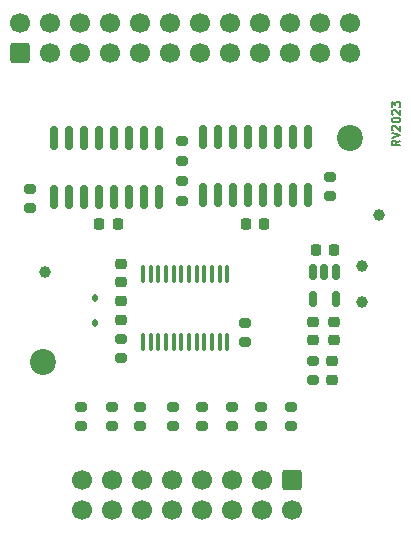
<source format=gts>
G04 #@! TF.GenerationSoftware,KiCad,Pcbnew,7.0.1*
G04 #@! TF.CreationDate,2023-03-17T04:05:38+02:00*
G04 #@! TF.ProjectId,probe-pcb,70726f62-652d-4706-9362-2e6b69636164,rev?*
G04 #@! TF.SameCoordinates,Original*
G04 #@! TF.FileFunction,Soldermask,Top*
G04 #@! TF.FilePolarity,Negative*
%FSLAX46Y46*%
G04 Gerber Fmt 4.6, Leading zero omitted, Abs format (unit mm)*
G04 Created by KiCad (PCBNEW 7.0.1) date 2023-03-17 04:05:38*
%MOMM*%
%LPD*%
G01*
G04 APERTURE LIST*
G04 Aperture macros list*
%AMRoundRect*
0 Rectangle with rounded corners*
0 $1 Rounding radius*
0 $2 $3 $4 $5 $6 $7 $8 $9 X,Y pos of 4 corners*
0 Add a 4 corners polygon primitive as box body*
4,1,4,$2,$3,$4,$5,$6,$7,$8,$9,$2,$3,0*
0 Add four circle primitives for the rounded corners*
1,1,$1+$1,$2,$3*
1,1,$1+$1,$4,$5*
1,1,$1+$1,$6,$7*
1,1,$1+$1,$8,$9*
0 Add four rect primitives between the rounded corners*
20,1,$1+$1,$2,$3,$4,$5,0*
20,1,$1+$1,$4,$5,$6,$7,0*
20,1,$1+$1,$6,$7,$8,$9,0*
20,1,$1+$1,$8,$9,$2,$3,0*%
G04 Aperture macros list end*
%ADD10C,0.150000*%
%ADD11RoundRect,0.225000X0.225000X0.250000X-0.225000X0.250000X-0.225000X-0.250000X0.225000X-0.250000X0*%
%ADD12RoundRect,0.200000X0.275000X-0.200000X0.275000X0.200000X-0.275000X0.200000X-0.275000X-0.200000X0*%
%ADD13RoundRect,0.225000X-0.250000X0.225000X-0.250000X-0.225000X0.250000X-0.225000X0.250000X0.225000X0*%
%ADD14C,2.200000*%
%ADD15RoundRect,0.150000X0.150000X-0.825000X0.150000X0.825000X-0.150000X0.825000X-0.150000X-0.825000X0*%
%ADD16RoundRect,0.218750X-0.256250X0.218750X-0.256250X-0.218750X0.256250X-0.218750X0.256250X0.218750X0*%
%ADD17RoundRect,0.200000X-0.275000X0.200000X-0.275000X-0.200000X0.275000X-0.200000X0.275000X0.200000X0*%
%ADD18C,1.000000*%
%ADD19RoundRect,0.112500X0.112500X-0.187500X0.112500X0.187500X-0.112500X0.187500X-0.112500X-0.187500X0*%
%ADD20RoundRect,0.250000X-0.600000X0.600000X-0.600000X-0.600000X0.600000X-0.600000X0.600000X0.600000X0*%
%ADD21C,1.700000*%
%ADD22RoundRect,0.225000X-0.225000X-0.250000X0.225000X-0.250000X0.225000X0.250000X-0.225000X0.250000X0*%
%ADD23RoundRect,0.100000X0.100000X-0.637500X0.100000X0.637500X-0.100000X0.637500X-0.100000X-0.637500X0*%
%ADD24RoundRect,0.250000X0.600000X-0.600000X0.600000X0.600000X-0.600000X0.600000X-0.600000X-0.600000X0*%
%ADD25RoundRect,0.150000X-0.150000X0.512500X-0.150000X-0.512500X0.150000X-0.512500X0.150000X0.512500X0*%
%ADD26RoundRect,0.225000X0.250000X-0.225000X0.250000X0.225000X-0.250000X0.225000X-0.250000X-0.225000X0*%
G04 APERTURE END LIST*
D10*
X131664333Y-67683333D02*
X131331000Y-67916666D01*
X131664333Y-68083333D02*
X130964333Y-68083333D01*
X130964333Y-68083333D02*
X130964333Y-67816666D01*
X130964333Y-67816666D02*
X130997666Y-67750000D01*
X130997666Y-67750000D02*
X131031000Y-67716666D01*
X131031000Y-67716666D02*
X131097666Y-67683333D01*
X131097666Y-67683333D02*
X131197666Y-67683333D01*
X131197666Y-67683333D02*
X131264333Y-67716666D01*
X131264333Y-67716666D02*
X131297666Y-67750000D01*
X131297666Y-67750000D02*
X131331000Y-67816666D01*
X131331000Y-67816666D02*
X131331000Y-68083333D01*
X130964333Y-67483333D02*
X131664333Y-67250000D01*
X131664333Y-67250000D02*
X130964333Y-67016666D01*
X131031000Y-66816666D02*
X130997666Y-66783333D01*
X130997666Y-66783333D02*
X130964333Y-66716666D01*
X130964333Y-66716666D02*
X130964333Y-66550000D01*
X130964333Y-66550000D02*
X130997666Y-66483333D01*
X130997666Y-66483333D02*
X131031000Y-66450000D01*
X131031000Y-66450000D02*
X131097666Y-66416666D01*
X131097666Y-66416666D02*
X131164333Y-66416666D01*
X131164333Y-66416666D02*
X131264333Y-66450000D01*
X131264333Y-66450000D02*
X131664333Y-66850000D01*
X131664333Y-66850000D02*
X131664333Y-66416666D01*
X130964333Y-65983333D02*
X130964333Y-65916666D01*
X130964333Y-65916666D02*
X130997666Y-65849999D01*
X130997666Y-65849999D02*
X131031000Y-65816666D01*
X131031000Y-65816666D02*
X131097666Y-65783333D01*
X131097666Y-65783333D02*
X131231000Y-65749999D01*
X131231000Y-65749999D02*
X131397666Y-65749999D01*
X131397666Y-65749999D02*
X131531000Y-65783333D01*
X131531000Y-65783333D02*
X131597666Y-65816666D01*
X131597666Y-65816666D02*
X131631000Y-65849999D01*
X131631000Y-65849999D02*
X131664333Y-65916666D01*
X131664333Y-65916666D02*
X131664333Y-65983333D01*
X131664333Y-65983333D02*
X131631000Y-66049999D01*
X131631000Y-66049999D02*
X131597666Y-66083333D01*
X131597666Y-66083333D02*
X131531000Y-66116666D01*
X131531000Y-66116666D02*
X131397666Y-66149999D01*
X131397666Y-66149999D02*
X131231000Y-66149999D01*
X131231000Y-66149999D02*
X131097666Y-66116666D01*
X131097666Y-66116666D02*
X131031000Y-66083333D01*
X131031000Y-66083333D02*
X130997666Y-66049999D01*
X130997666Y-66049999D02*
X130964333Y-65983333D01*
X131031000Y-65483332D02*
X130997666Y-65449999D01*
X130997666Y-65449999D02*
X130964333Y-65383332D01*
X130964333Y-65383332D02*
X130964333Y-65216666D01*
X130964333Y-65216666D02*
X130997666Y-65149999D01*
X130997666Y-65149999D02*
X131031000Y-65116666D01*
X131031000Y-65116666D02*
X131097666Y-65083332D01*
X131097666Y-65083332D02*
X131164333Y-65083332D01*
X131164333Y-65083332D02*
X131264333Y-65116666D01*
X131264333Y-65116666D02*
X131664333Y-65516666D01*
X131664333Y-65516666D02*
X131664333Y-65083332D01*
X130964333Y-64849999D02*
X130964333Y-64416665D01*
X130964333Y-64416665D02*
X131231000Y-64649999D01*
X131231000Y-64649999D02*
X131231000Y-64549999D01*
X131231000Y-64549999D02*
X131264333Y-64483332D01*
X131264333Y-64483332D02*
X131297666Y-64449999D01*
X131297666Y-64449999D02*
X131364333Y-64416665D01*
X131364333Y-64416665D02*
X131531000Y-64416665D01*
X131531000Y-64416665D02*
X131597666Y-64449999D01*
X131597666Y-64449999D02*
X131631000Y-64483332D01*
X131631000Y-64483332D02*
X131664333Y-64549999D01*
X131664333Y-64549999D02*
X131664333Y-64749999D01*
X131664333Y-64749999D02*
X131631000Y-64816665D01*
X131631000Y-64816665D02*
X131597666Y-64849999D01*
D11*
G04 #@! TO.C,C4*
X126075000Y-76987500D03*
X124525000Y-76987500D03*
G04 #@! TD*
D12*
G04 #@! TO.C,R8*
X119850000Y-91875000D03*
X119850000Y-90225000D03*
G04 #@! TD*
D13*
G04 #@! TO.C,C3*
X124300000Y-83012500D03*
X124300000Y-84562500D03*
G04 #@! TD*
D12*
G04 #@! TO.C,R11*
X108050000Y-86125000D03*
X108050000Y-84475000D03*
G04 #@! TD*
D14*
G04 #@! TO.C,H1*
X101450000Y-86450000D03*
G04 #@! TD*
D15*
G04 #@! TO.C,U4*
X115005000Y-72325000D03*
X116275000Y-72325000D03*
X117545000Y-72325000D03*
X118815000Y-72325000D03*
X120085000Y-72325000D03*
X121355000Y-72325000D03*
X122625000Y-72325000D03*
X123895000Y-72325000D03*
X123895000Y-67375000D03*
X122625000Y-67375000D03*
X121355000Y-67375000D03*
X120085000Y-67375000D03*
X118815000Y-67375000D03*
X117545000Y-67375000D03*
X116275000Y-67375000D03*
X115005000Y-67375000D03*
G04 #@! TD*
G04 #@! TO.C,U2*
X102310000Y-72450000D03*
X103580000Y-72450000D03*
X104850000Y-72450000D03*
X106120000Y-72450000D03*
X107390000Y-72450000D03*
X108660000Y-72450000D03*
X109930000Y-72450000D03*
X111200000Y-72450000D03*
X111200000Y-67500000D03*
X109930000Y-67500000D03*
X108660000Y-67500000D03*
X107390000Y-67500000D03*
X106120000Y-67500000D03*
X104850000Y-67500000D03*
X103580000Y-67500000D03*
X102310000Y-67500000D03*
G04 #@! TD*
D16*
G04 #@! TO.C,D2*
X125900000Y-86387500D03*
X125900000Y-87962500D03*
G04 #@! TD*
D12*
G04 #@! TO.C,R5*
X112450000Y-91875000D03*
X112450000Y-90225000D03*
G04 #@! TD*
D17*
G04 #@! TO.C,R13*
X125755000Y-70750000D03*
X125755000Y-72400000D03*
G04 #@! TD*
D18*
G04 #@! TO.C,TP2*
X128450000Y-78350000D03*
G04 #@! TD*
D17*
G04 #@! TO.C,R15*
X124300000Y-86325000D03*
X124300000Y-87975000D03*
G04 #@! TD*
D18*
G04 #@! TO.C,TP4*
X101550000Y-78850000D03*
G04 #@! TD*
G04 #@! TO.C,TP3*
X129850000Y-73950000D03*
G04 #@! TD*
D12*
G04 #@! TO.C,R9*
X122450000Y-91875000D03*
X122450000Y-90225000D03*
G04 #@! TD*
D17*
G04 #@! TO.C,R1*
X100355000Y-71750000D03*
X100355000Y-73400000D03*
G04 #@! TD*
D12*
G04 #@! TO.C,R6*
X114850000Y-91875000D03*
X114850000Y-90225000D03*
G04 #@! TD*
D14*
G04 #@! TO.C,H2*
X127450000Y-67450000D03*
G04 #@! TD*
D19*
G04 #@! TO.C,D1*
X105850000Y-83125000D03*
X105850000Y-81025000D03*
G04 #@! TD*
D20*
G04 #@! TO.C,J1*
X122470000Y-96450000D03*
D21*
X122470000Y-98990000D03*
X119930000Y-96450000D03*
X119930000Y-98990000D03*
X117390000Y-96450000D03*
X117390000Y-98990000D03*
X114850000Y-96450000D03*
X114850000Y-98990000D03*
X112310000Y-96450000D03*
X112310000Y-98990000D03*
X109770000Y-96450000D03*
X109770000Y-98990000D03*
X107230000Y-96450000D03*
X107230000Y-98990000D03*
X104690000Y-96450000D03*
X104690000Y-98990000D03*
G04 #@! TD*
D18*
G04 #@! TO.C,TP1*
X128450000Y-81350000D03*
G04 #@! TD*
D12*
G04 #@! TO.C,R4*
X109650000Y-91875000D03*
X109650000Y-90225000D03*
G04 #@! TD*
D22*
G04 #@! TO.C,C6*
X106180000Y-74775000D03*
X107730000Y-74775000D03*
G04 #@! TD*
D17*
G04 #@! TO.C,R14*
X113155000Y-71150000D03*
X113155000Y-72800000D03*
G04 #@! TD*
D12*
G04 #@! TO.C,R2*
X104650000Y-91875000D03*
X104650000Y-90225000D03*
G04 #@! TD*
D17*
G04 #@! TO.C,R12*
X113155000Y-67750000D03*
X113155000Y-69400000D03*
G04 #@! TD*
D23*
G04 #@! TO.C,U1*
X109875000Y-84712500D03*
X110525000Y-84712500D03*
X111175000Y-84712500D03*
X111825000Y-84712500D03*
X112475000Y-84712500D03*
X113125000Y-84712500D03*
X113775000Y-84712500D03*
X114425000Y-84712500D03*
X115075000Y-84712500D03*
X115725000Y-84712500D03*
X116375000Y-84712500D03*
X117025000Y-84712500D03*
X117025000Y-78987500D03*
X116375000Y-78987500D03*
X115725000Y-78987500D03*
X115075000Y-78987500D03*
X114425000Y-78987500D03*
X113775000Y-78987500D03*
X113125000Y-78987500D03*
X112475000Y-78987500D03*
X111825000Y-78987500D03*
X111175000Y-78987500D03*
X110525000Y-78987500D03*
X109875000Y-78987500D03*
G04 #@! TD*
D13*
G04 #@! TO.C,C2*
X108050000Y-78100000D03*
X108050000Y-79650000D03*
G04 #@! TD*
D24*
G04 #@! TO.C,J2*
X99458000Y-60259000D03*
D21*
X99458000Y-57719000D03*
X101998000Y-60259000D03*
X101998000Y-57719000D03*
X104538000Y-60259000D03*
X104538000Y-57719000D03*
X107078000Y-60259000D03*
X107078000Y-57719000D03*
X109618000Y-60259000D03*
X109618000Y-57719000D03*
X112158000Y-60259000D03*
X112158000Y-57719000D03*
X114698000Y-60259000D03*
X114698000Y-57719000D03*
X117238000Y-60259000D03*
X117238000Y-57719000D03*
X119778000Y-60259000D03*
X119778000Y-57719000D03*
X122318000Y-60259000D03*
X122318000Y-57719000D03*
X124858000Y-60259000D03*
X124858000Y-57719000D03*
X127398000Y-60259000D03*
X127398000Y-57719000D03*
G04 #@! TD*
D12*
G04 #@! TO.C,R10*
X118550000Y-84775000D03*
X118550000Y-83125000D03*
G04 #@! TD*
G04 #@! TO.C,R3*
X107250000Y-91875000D03*
X107250000Y-90225000D03*
G04 #@! TD*
D25*
G04 #@! TO.C,U3*
X126200000Y-78850000D03*
X125250000Y-78850000D03*
X124300000Y-78850000D03*
X124300000Y-81125000D03*
X126200000Y-81125000D03*
G04 #@! TD*
D13*
G04 #@! TO.C,C5*
X126100000Y-83012500D03*
X126100000Y-84562500D03*
G04 #@! TD*
D12*
G04 #@! TO.C,R7*
X117450000Y-91875000D03*
X117450000Y-90225000D03*
G04 #@! TD*
D22*
G04 #@! TO.C,C7*
X118580000Y-74775000D03*
X120130000Y-74775000D03*
G04 #@! TD*
D26*
G04 #@! TO.C,C1*
X108050000Y-82850000D03*
X108050000Y-81300000D03*
G04 #@! TD*
M02*

</source>
